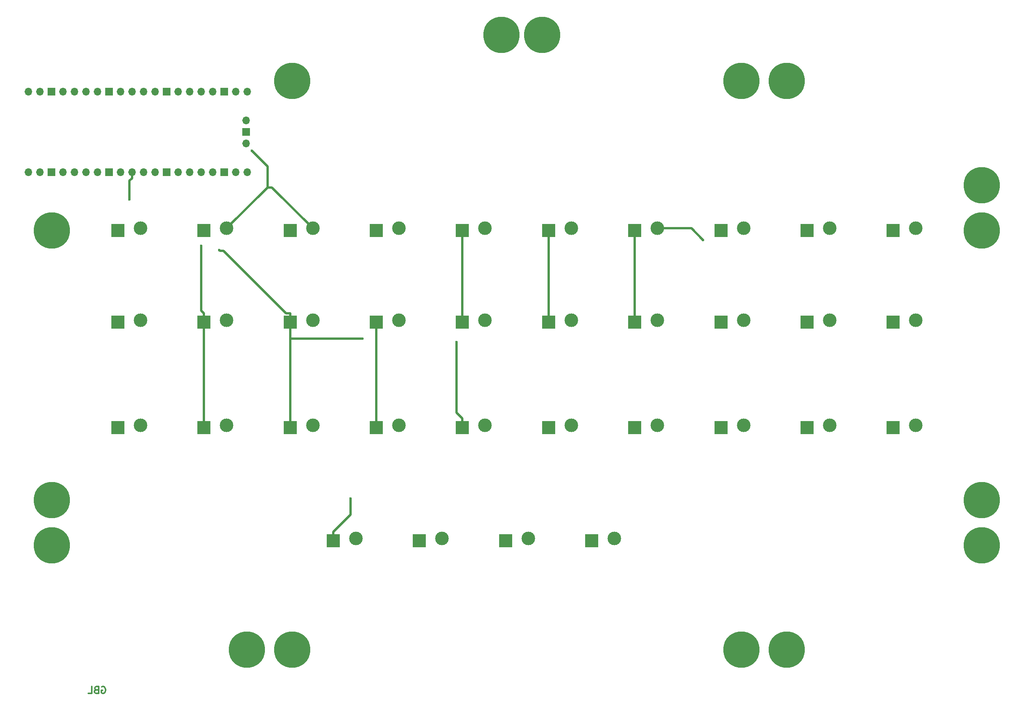
<source format=gbr>
%TF.GenerationSoftware,KiCad,Pcbnew,5.1.10-88a1d61d58~88~ubuntu20.04.1*%
%TF.CreationDate,2021-05-31T17:58:19-07:00*%
%TF.ProjectId,Stenokey,5374656e-6f6b-4657-992e-6b696361645f,1.0*%
%TF.SameCoordinates,Original*%
%TF.FileFunction,Copper,L2,Bot*%
%TF.FilePolarity,Positive*%
%FSLAX46Y46*%
G04 Gerber Fmt 4.6, Leading zero omitted, Abs format (unit mm)*
G04 Created by KiCad (PCBNEW 5.1.10-88a1d61d58~88~ubuntu20.04.1) date 2021-05-31 17:58:19*
%MOMM*%
%LPD*%
G01*
G04 APERTURE LIST*
%TA.AperFunction,NonConductor*%
%ADD10C,0.300000*%
%TD*%
%TA.AperFunction,ComponentPad*%
%ADD11O,1.700000X1.700000*%
%TD*%
%TA.AperFunction,ComponentPad*%
%ADD12R,1.700000X1.700000*%
%TD*%
%TA.AperFunction,ComponentPad*%
%ADD13C,8.000000*%
%TD*%
%TA.AperFunction,ComponentPad*%
%ADD14R,3.000000X3.000000*%
%TD*%
%TA.AperFunction,ComponentPad*%
%ADD15C,3.000000*%
%TD*%
%TA.AperFunction,ViaPad*%
%ADD16C,0.600000*%
%TD*%
%TA.AperFunction,Conductor*%
%ADD17C,0.500000*%
%TD*%
G04 APERTURE END LIST*
D10*
X127964285Y-201250000D02*
X128107142Y-201178571D01*
X128321428Y-201178571D01*
X128535714Y-201250000D01*
X128678571Y-201392857D01*
X128750000Y-201535714D01*
X128821428Y-201821428D01*
X128821428Y-202035714D01*
X128750000Y-202321428D01*
X128678571Y-202464285D01*
X128535714Y-202607142D01*
X128321428Y-202678571D01*
X128178571Y-202678571D01*
X127964285Y-202607142D01*
X127892857Y-202535714D01*
X127892857Y-202035714D01*
X128178571Y-202035714D01*
X126750000Y-201892857D02*
X126535714Y-201964285D01*
X126464285Y-202035714D01*
X126392857Y-202178571D01*
X126392857Y-202392857D01*
X126464285Y-202535714D01*
X126535714Y-202607142D01*
X126678571Y-202678571D01*
X127250000Y-202678571D01*
X127250000Y-201178571D01*
X126750000Y-201178571D01*
X126607142Y-201250000D01*
X126535714Y-201321428D01*
X126464285Y-201464285D01*
X126464285Y-201607142D01*
X126535714Y-201750000D01*
X126607142Y-201821428D01*
X126750000Y-201892857D01*
X127250000Y-201892857D01*
X125035714Y-202678571D02*
X125750000Y-202678571D01*
X125750000Y-201178571D01*
D11*
%TO.P,U1,1*%
%TO.N,/COL0*%
X111760000Y-87630000D03*
%TO.P,U1,2*%
%TO.N,/COL1*%
X114300000Y-87630000D03*
D12*
%TO.P,U1,3*%
%TO.N,Net-(U1-Pad3)*%
X116840000Y-87630000D03*
D11*
%TO.P,U1,4*%
%TO.N,/COL2*%
X119380000Y-87630000D03*
%TO.P,U1,5*%
%TO.N,/COL3*%
X121920000Y-87630000D03*
%TO.P,U1,6*%
%TO.N,/COL4*%
X124460000Y-87630000D03*
%TO.P,U1,7*%
%TO.N,/COL5*%
X127000000Y-87630000D03*
D12*
%TO.P,U1,8*%
%TO.N,Net-(U1-Pad8)*%
X129540000Y-87630000D03*
D11*
%TO.P,U1,9*%
%TO.N,/COL6*%
X132080000Y-87630000D03*
%TO.P,U1,10*%
%TO.N,/COL7*%
X134620000Y-87630000D03*
%TO.P,U1,11*%
%TO.N,/COL8*%
X137160000Y-87630000D03*
%TO.P,U1,12*%
%TO.N,/COL9*%
X139700000Y-87630000D03*
D12*
%TO.P,U1,13*%
%TO.N,Net-(U1-Pad13)*%
X142240000Y-87630000D03*
D11*
%TO.P,U1,14*%
%TO.N,/ROW0*%
X144780000Y-87630000D03*
%TO.P,U1,15*%
%TO.N,/ROW1*%
X147320000Y-87630000D03*
%TO.P,U1,16*%
%TO.N,/ROW2*%
X149860000Y-87630000D03*
%TO.P,U1,17*%
%TO.N,/ROW3*%
X152400000Y-87630000D03*
D12*
%TO.P,U1,18*%
%TO.N,Net-(U1-Pad18)*%
X154940000Y-87630000D03*
D11*
%TO.P,U1,19*%
%TO.N,Net-(U1-Pad19)*%
X157480000Y-87630000D03*
%TO.P,U1,20*%
%TO.N,Net-(U1-Pad20)*%
X160020000Y-87630000D03*
%TO.P,U1,21*%
%TO.N,Net-(U1-Pad21)*%
X160020000Y-69850000D03*
%TO.P,U1,22*%
%TO.N,Net-(U1-Pad22)*%
X157480000Y-69850000D03*
D12*
%TO.P,U1,23*%
%TO.N,Net-(U1-Pad23)*%
X154940000Y-69850000D03*
D11*
%TO.P,U1,24*%
%TO.N,Net-(U1-Pad24)*%
X152400000Y-69850000D03*
%TO.P,U1,25*%
%TO.N,Net-(U1-Pad25)*%
X149860000Y-69850000D03*
%TO.P,U1,26*%
%TO.N,Net-(U1-Pad26)*%
X147320000Y-69850000D03*
%TO.P,U1,27*%
%TO.N,Net-(U1-Pad27)*%
X144780000Y-69850000D03*
D12*
%TO.P,U1,28*%
%TO.N,Net-(U1-Pad28)*%
X142240000Y-69850000D03*
D11*
%TO.P,U1,29*%
%TO.N,Net-(U1-Pad29)*%
X139700000Y-69850000D03*
%TO.P,U1,30*%
%TO.N,Net-(U1-Pad30)*%
X137160000Y-69850000D03*
%TO.P,U1,31*%
%TO.N,Net-(U1-Pad31)*%
X134620000Y-69850000D03*
%TO.P,U1,32*%
%TO.N,Net-(U1-Pad32)*%
X132080000Y-69850000D03*
D12*
%TO.P,U1,33*%
%TO.N,Net-(U1-Pad33)*%
X129540000Y-69850000D03*
D11*
%TO.P,U1,34*%
%TO.N,Net-(U1-Pad34)*%
X127000000Y-69850000D03*
%TO.P,U1,35*%
%TO.N,Net-(U1-Pad35)*%
X124460000Y-69850000D03*
%TO.P,U1,36*%
%TO.N,Net-(U1-Pad36)*%
X121920000Y-69850000D03*
%TO.P,U1,37*%
%TO.N,Net-(U1-Pad37)*%
X119380000Y-69850000D03*
D12*
%TO.P,U1,38*%
%TO.N,Net-(U1-Pad38)*%
X116840000Y-69850000D03*
D11*
%TO.P,U1,39*%
%TO.N,Net-(U1-Pad39)*%
X114300000Y-69850000D03*
%TO.P,U1,40*%
%TO.N,Net-(U1-Pad40)*%
X111760000Y-69850000D03*
%TO.P,U1,41*%
%TO.N,Net-(U1-Pad41)*%
X159790000Y-81280000D03*
D12*
%TO.P,U1,42*%
%TO.N,Net-(U1-Pad42)*%
X159790000Y-78740000D03*
D11*
%TO.P,U1,43*%
%TO.N,Net-(U1-Pad43)*%
X159790000Y-76200000D03*
%TD*%
D13*
%TO.P,Z4,1*%
%TO.N,Net-(Z4-Pad1)*%
X279000000Y-67500000D03*
%TD*%
%TO.P,Z5,1*%
%TO.N,Net-(Z5-Pad1)*%
X322000000Y-90500000D03*
%TD*%
D14*
%TO.P,SW1,1*%
%TO.N,/ROW0*%
X131500000Y-100500000D03*
D15*
%TO.P,SW1,2*%
%TO.N,/COL0*%
X136500000Y-100000000D03*
%TD*%
D14*
%TO.P,SW2,1*%
%TO.N,/ROW1*%
X150500000Y-100500000D03*
D15*
%TO.P,SW2,2*%
%TO.N,/COL0*%
X155500000Y-100000000D03*
%TD*%
D14*
%TO.P,SW3,1*%
%TO.N,/ROW2*%
X169500000Y-100500000D03*
D15*
%TO.P,SW3,2*%
%TO.N,/COL0*%
X174500000Y-100000000D03*
%TD*%
D14*
%TO.P,SW4,1*%
%TO.N,/ROW3*%
X188500000Y-100500000D03*
D15*
%TO.P,SW4,2*%
%TO.N,/COL0*%
X193500000Y-100000000D03*
%TD*%
D14*
%TO.P,SW5,1*%
%TO.N,/ROW0*%
X207500000Y-100500000D03*
D15*
%TO.P,SW5,2*%
%TO.N,/COL1*%
X212500000Y-100000000D03*
%TD*%
D14*
%TO.P,SW6,1*%
%TO.N,/ROW1*%
X226500000Y-100500000D03*
D15*
%TO.P,SW6,2*%
%TO.N,/COL1*%
X231500000Y-100000000D03*
%TD*%
D14*
%TO.P,SW7,1*%
%TO.N,/ROW2*%
X245500000Y-100500000D03*
D15*
%TO.P,SW7,2*%
%TO.N,/COL1*%
X250500000Y-100000000D03*
%TD*%
D14*
%TO.P,SW8,1*%
%TO.N,/ROW3*%
X264500000Y-100500000D03*
D15*
%TO.P,SW8,2*%
%TO.N,/COL1*%
X269500000Y-100000000D03*
%TD*%
D14*
%TO.P,SW9,1*%
%TO.N,/ROW0*%
X283500000Y-100500000D03*
D15*
%TO.P,SW9,2*%
%TO.N,/COL2*%
X288500000Y-100000000D03*
%TD*%
D14*
%TO.P,SW10,1*%
%TO.N,/ROW1*%
X302500000Y-100500000D03*
D15*
%TO.P,SW10,2*%
%TO.N,/COL2*%
X307500000Y-100000000D03*
%TD*%
D14*
%TO.P,SW11,1*%
%TO.N,/ROW2*%
X131500000Y-120750000D03*
D15*
%TO.P,SW11,2*%
%TO.N,/COL2*%
X136500000Y-120250000D03*
%TD*%
D14*
%TO.P,SW12,1*%
%TO.N,/ROW0*%
X150500000Y-120750000D03*
D15*
%TO.P,SW12,2*%
%TO.N,/COL3*%
X155500000Y-120250000D03*
%TD*%
D14*
%TO.P,SW13,1*%
%TO.N,/ROW1*%
X169500000Y-120750000D03*
D15*
%TO.P,SW13,2*%
%TO.N,/COL3*%
X174500000Y-120250000D03*
%TD*%
D14*
%TO.P,SW14,1*%
%TO.N,/ROW2*%
X188500000Y-120750000D03*
D15*
%TO.P,SW14,2*%
%TO.N,/COL3*%
X193500000Y-120250000D03*
%TD*%
D14*
%TO.P,SW15,1*%
%TO.N,/ROW0*%
X207500000Y-120750000D03*
D15*
%TO.P,SW15,2*%
%TO.N,/COL4*%
X212500000Y-120250000D03*
%TD*%
D14*
%TO.P,SW16,1*%
%TO.N,/ROW1*%
X226500000Y-120750000D03*
D15*
%TO.P,SW16,2*%
%TO.N,/COL4*%
X231500000Y-120250000D03*
%TD*%
D14*
%TO.P,SW17,1*%
%TO.N,/ROW2*%
X245500000Y-120750000D03*
D15*
%TO.P,SW17,2*%
%TO.N,/COL4*%
X250500000Y-120250000D03*
%TD*%
D14*
%TO.P,SW18,1*%
%TO.N,/ROW0*%
X264500000Y-120750000D03*
D15*
%TO.P,SW18,2*%
%TO.N,/COL5*%
X269500000Y-120250000D03*
%TD*%
D14*
%TO.P,SW19,1*%
%TO.N,/ROW1*%
X283500000Y-120750000D03*
D15*
%TO.P,SW19,2*%
%TO.N,/COL5*%
X288500000Y-120250000D03*
%TD*%
D14*
%TO.P,SW20,1*%
%TO.N,/ROW2*%
X302500000Y-120750000D03*
D15*
%TO.P,SW20,2*%
%TO.N,/COL5*%
X307500000Y-120250000D03*
%TD*%
D14*
%TO.P,SW21,1*%
%TO.N,/ROW3*%
X131500000Y-144000000D03*
D15*
%TO.P,SW21,2*%
%TO.N,/COL5*%
X136500000Y-143500000D03*
%TD*%
D14*
%TO.P,SW22,1*%
%TO.N,/ROW0*%
X150500000Y-144000000D03*
D15*
%TO.P,SW22,2*%
%TO.N,/COL6*%
X155500000Y-143500000D03*
%TD*%
D14*
%TO.P,SW23,1*%
%TO.N,/ROW1*%
X169500000Y-144000000D03*
D15*
%TO.P,SW23,2*%
%TO.N,/COL6*%
X174500000Y-143500000D03*
%TD*%
D14*
%TO.P,SW24,1*%
%TO.N,/ROW2*%
X188500000Y-144000000D03*
D15*
%TO.P,SW24,2*%
%TO.N,/COL6*%
X193500000Y-143500000D03*
%TD*%
D14*
%TO.P,SW25,1*%
%TO.N,/ROW3*%
X207500000Y-144000000D03*
D15*
%TO.P,SW25,2*%
%TO.N,/COL6*%
X212500000Y-143500000D03*
%TD*%
D14*
%TO.P,SW26,1*%
%TO.N,/ROW0*%
X226500000Y-144000000D03*
D15*
%TO.P,SW26,2*%
%TO.N,/COL7*%
X231500000Y-143500000D03*
%TD*%
D14*
%TO.P,SW27,1*%
%TO.N,/ROW1*%
X245500000Y-144000000D03*
D15*
%TO.P,SW27,2*%
%TO.N,/COL7*%
X250500000Y-143500000D03*
%TD*%
D14*
%TO.P,SW28,1*%
%TO.N,/ROW2*%
X264500000Y-144000000D03*
D15*
%TO.P,SW28,2*%
%TO.N,/COL7*%
X269500000Y-143500000D03*
%TD*%
D14*
%TO.P,SW29,1*%
%TO.N,/ROW0*%
X283500000Y-144000000D03*
D15*
%TO.P,SW29,2*%
%TO.N,/COL8*%
X288500000Y-143500000D03*
%TD*%
D14*
%TO.P,SW30,1*%
%TO.N,/ROW1*%
X302500000Y-144000000D03*
D15*
%TO.P,SW30,2*%
%TO.N,/COL8*%
X307500000Y-143500000D03*
%TD*%
D14*
%TO.P,SW31,1*%
%TO.N,/ROW2*%
X179000000Y-169000000D03*
D15*
%TO.P,SW31,2*%
%TO.N,/COL8*%
X184000000Y-168500000D03*
%TD*%
D14*
%TO.P,SW32,1*%
%TO.N,/ROW0*%
X198000000Y-169000000D03*
D15*
%TO.P,SW32,2*%
%TO.N,/COL9*%
X203000000Y-168500000D03*
%TD*%
D14*
%TO.P,SW33,1*%
%TO.N,/ROW1*%
X217000000Y-169000000D03*
D15*
%TO.P,SW33,2*%
%TO.N,/COL9*%
X222000000Y-168500000D03*
%TD*%
D14*
%TO.P,SW34,1*%
%TO.N,/ROW2*%
X236000000Y-169000000D03*
D15*
%TO.P,SW34,2*%
%TO.N,/COL9*%
X241000000Y-168500000D03*
%TD*%
D13*
%TO.P,Z2,1*%
%TO.N,Net-(Z2-Pad1)*%
X170000000Y-67500000D03*
%TD*%
%TO.P,Z3,1*%
%TO.N,Net-(Z3-Pad1)*%
X269000000Y-67500000D03*
%TD*%
%TO.P,Z6,1*%
%TO.N,Net-(Z6-Pad1)*%
X322000000Y-100500000D03*
%TD*%
%TO.P,Z7,1*%
%TO.N,Net-(Z7-Pad1)*%
X322000000Y-160000000D03*
%TD*%
%TO.P,Z8,1*%
%TO.N,Net-(Z8-Pad1)*%
X322000000Y-170000000D03*
%TD*%
%TO.P,Z9,1*%
%TO.N,Net-(Z9-Pad1)*%
X279000000Y-193000000D03*
%TD*%
%TO.P,Z10,1*%
%TO.N,Net-(Z10-Pad1)*%
X269000000Y-193000000D03*
%TD*%
%TO.P,Z11,1*%
%TO.N,Net-(Z11-Pad1)*%
X170000000Y-193000000D03*
%TD*%
%TO.P,Z12,1*%
%TO.N,Net-(Z12-Pad1)*%
X160000000Y-193000000D03*
%TD*%
%TO.P,Z13,1*%
%TO.N,Net-(Z13-Pad1)*%
X117000000Y-170000000D03*
%TD*%
%TO.P,Z14,1*%
%TO.N,Net-(Z14-Pad1)*%
X117000000Y-160000000D03*
%TD*%
%TO.P,Z15,1*%
%TO.N,Net-(Z15-Pad1)*%
X117000000Y-100500000D03*
%TD*%
%TO.P,Z1,1*%
%TO.N,Net-(Z1-Pad1)*%
X216090000Y-57340000D03*
%TD*%
%TO.P,Z16,1*%
%TO.N,Net-(Z16-Pad1)*%
X225090000Y-57340000D03*
%TD*%
D16*
%TO.N,/COL0*%
X161053000Y-82853200D03*
%TO.N,/COL1*%
X260551500Y-102558200D03*
%TO.N,/COL7*%
X134092700Y-93588700D03*
%TO.N,/ROW0*%
X149889700Y-103866700D03*
%TO.N,/ROW1*%
X185436100Y-124329900D03*
X153885700Y-104796200D03*
%TO.N,/ROW2*%
X182792400Y-159654100D03*
%TO.N,/ROW3*%
X206171500Y-125145500D03*
%TD*%
D17*
%TO.N,/COL0*%
X164510000Y-90990000D02*
X155500000Y-100000000D01*
X174500000Y-100000000D02*
X165490000Y-90990000D01*
X165490000Y-90990000D02*
X164510000Y-90990000D01*
X164510000Y-90990000D02*
X164510000Y-86310200D01*
X164510000Y-86310200D02*
X161053000Y-82853200D01*
%TO.N,/COL1*%
X250500000Y-100000000D02*
X257993300Y-100000000D01*
X257993300Y-100000000D02*
X260551500Y-102558200D01*
%TO.N,/COL7*%
X134620000Y-87630000D02*
X134620000Y-88980300D01*
X134620000Y-88980300D02*
X134092700Y-89507600D01*
X134092700Y-89507600D02*
X134092700Y-93588700D01*
%TO.N,/ROW0*%
X150500000Y-120750000D02*
X150500000Y-118749700D01*
X150500000Y-118749700D02*
X149889700Y-118139400D01*
X149889700Y-118139400D02*
X149889700Y-103866700D01*
X150500000Y-144000000D02*
X150500000Y-120750000D01*
X207500000Y-120750000D02*
X207500000Y-100500000D01*
%TO.N,/ROW1*%
X226500000Y-120750000D02*
X226500000Y-100500000D01*
X169500000Y-124329900D02*
X169500000Y-120750000D01*
X169500000Y-144000000D02*
X169500000Y-124329900D01*
X169500000Y-124329900D02*
X185436100Y-124329900D01*
X169500000Y-118749700D02*
X168589600Y-118749700D01*
X168589600Y-118749700D02*
X154791500Y-104951600D01*
X154791500Y-104951600D02*
X154041100Y-104951600D01*
X154041100Y-104951600D02*
X153885700Y-104796200D01*
X169500000Y-120750000D02*
X169500000Y-118749700D01*
%TO.N,/ROW2*%
X188500000Y-144000000D02*
X188500000Y-120750000D01*
X245500000Y-120750000D02*
X245500000Y-100500000D01*
X179000000Y-169000000D02*
X179000000Y-166999700D01*
X179000000Y-166999700D02*
X182792400Y-163207300D01*
X182792400Y-163207300D02*
X182792400Y-159654100D01*
%TO.N,/ROW3*%
X207500000Y-144000000D02*
X207500000Y-141999700D01*
X207500000Y-141999700D02*
X206171500Y-140671200D01*
X206171500Y-140671200D02*
X206171500Y-125145500D01*
%TD*%
M02*

</source>
